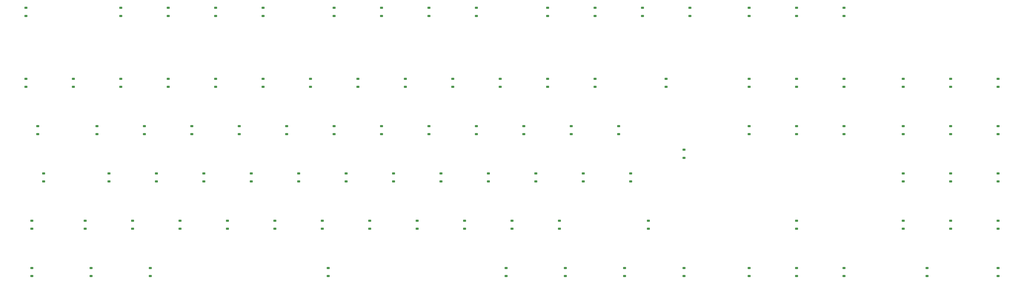
<source format=gbr>
%TF.GenerationSoftware,KiCad,Pcbnew,9.0.6*%
%TF.CreationDate,2026-01-11T11:58:47+00:00*%
%TF.ProjectId,keebv3,6b656562-7633-42e6-9b69-6361645f7063,rev?*%
%TF.SameCoordinates,Original*%
%TF.FileFunction,Paste,Bot*%
%TF.FilePolarity,Positive*%
%FSLAX46Y46*%
G04 Gerber Fmt 4.6, Leading zero omitted, Abs format (unit mm)*
G04 Created by KiCad (PCBNEW 9.0.6) date 2026-01-11 11:58:47*
%MOMM*%
%LPD*%
G01*
G04 APERTURE LIST*
G04 Aperture macros list*
%AMRoundRect*
0 Rectangle with rounded corners*
0 $1 Rounding radius*
0 $2 $3 $4 $5 $6 $7 $8 $9 X,Y pos of 4 corners*
0 Add a 4 corners polygon primitive as box body*
4,1,4,$2,$3,$4,$5,$6,$7,$8,$9,$2,$3,0*
0 Add four circle primitives for the rounded corners*
1,1,$1+$1,$2,$3*
1,1,$1+$1,$4,$5*
1,1,$1+$1,$6,$7*
1,1,$1+$1,$8,$9*
0 Add four rect primitives between the rounded corners*
20,1,$1+$1,$2,$3,$4,$5,0*
20,1,$1+$1,$4,$5,$6,$7,0*
20,1,$1+$1,$6,$7,$8,$9,0*
20,1,$1+$1,$8,$9,$2,$3,0*%
G04 Aperture macros list end*
%ADD10RoundRect,0.225000X0.375000X-0.225000X0.375000X0.225000X-0.375000X0.225000X-0.375000X-0.225000X0*%
G04 APERTURE END LIST*
D10*
%TO.C,D7*%
X186055000Y-42780000D03*
X186055000Y-39480000D03*
%TD*%
%TO.C,D29*%
X271780000Y-71355000D03*
X271780000Y-68055000D03*
%TD*%
%TO.C,D11*%
X271780000Y-42780000D03*
X271780000Y-39480000D03*
%TD*%
%TO.C,D81*%
X200342500Y-128505000D03*
X200342500Y-125205000D03*
%TD*%
%TO.C,D10*%
X252730000Y-42780000D03*
X252730000Y-39480000D03*
%TD*%
%TO.C,D5*%
X138430000Y-42780000D03*
X138430000Y-39480000D03*
%TD*%
%TO.C,D61*%
X133667500Y-109455000D03*
X133667500Y-106155000D03*
%TD*%
%TO.C,D44*%
X186055000Y-90405000D03*
X186055000Y-87105000D03*
%TD*%
%TO.C,D35*%
X414655000Y-71355000D03*
X414655000Y-68055000D03*
%TD*%
%TO.C,D31*%
X333692500Y-71355000D03*
X333692500Y-68055000D03*
%TD*%
%TO.C,D16*%
X371792500Y-42780000D03*
X371792500Y-39480000D03*
%TD*%
%TO.C,D23*%
X157480000Y-71355000D03*
X157480000Y-68055000D03*
%TD*%
%TO.C,D97*%
X307498750Y-147555000D03*
X307498750Y-144255000D03*
%TD*%
%TO.C,D6*%
X167005000Y-42780000D03*
X167005000Y-39480000D03*
%TD*%
%TO.C,D18*%
X62230000Y-71355000D03*
X62230000Y-68055000D03*
%TD*%
%TO.C,D21*%
X119380000Y-71355000D03*
X119380000Y-68055000D03*
%TD*%
%TO.C,D2*%
X81280000Y-42780000D03*
X81280000Y-39480000D03*
%TD*%
%TO.C,D82*%
X219392500Y-128505000D03*
X219392500Y-125205000D03*
%TD*%
%TO.C,D36*%
X433705000Y-71355000D03*
X433705000Y-68055000D03*
%TD*%
%TO.C,D64*%
X190817500Y-109455000D03*
X190817500Y-106155000D03*
%TD*%
%TO.C,D73*%
X45561250Y-128505000D03*
X45561250Y-125205000D03*
%TD*%
%TO.C,D43*%
X167005000Y-90405000D03*
X167005000Y-87105000D03*
%TD*%
%TO.C,D45*%
X205105000Y-90405000D03*
X205105000Y-87105000D03*
%TD*%
%TO.C,D76*%
X105092500Y-128505000D03*
X105092500Y-125205000D03*
%TD*%
%TO.C,D74*%
X66992500Y-128505000D03*
X66992500Y-125205000D03*
%TD*%
%TO.C,D26*%
X214630000Y-71355000D03*
X214630000Y-68055000D03*
%TD*%
%TO.C,D39*%
X90805000Y-90405000D03*
X90805000Y-87105000D03*
%TD*%
%TO.C,D4*%
X119380000Y-42780000D03*
X119380000Y-39480000D03*
%TD*%
%TO.C,D96*%
X283686250Y-147555000D03*
X283686250Y-144255000D03*
%TD*%
%TO.C,D70*%
X395605000Y-109455000D03*
X395605000Y-106155000D03*
%TD*%
%TO.C,D17*%
X43180000Y-71355000D03*
X43180000Y-68055000D03*
%TD*%
%TO.C,D88*%
X414655000Y-128505000D03*
X414655000Y-125205000D03*
%TD*%
%TO.C,D25*%
X195580000Y-71355000D03*
X195580000Y-68055000D03*
%TD*%
%TO.C,D62*%
X152717500Y-109455000D03*
X152717500Y-106155000D03*
%TD*%
%TO.C,D58*%
X76517500Y-109455000D03*
X76517500Y-106155000D03*
%TD*%
%TO.C,D46*%
X224155000Y-90405000D03*
X224155000Y-87105000D03*
%TD*%
%TO.C,D14*%
X333692500Y-42780000D03*
X333692500Y-39480000D03*
%TD*%
%TO.C,D63*%
X171767500Y-109455000D03*
X171767500Y-106155000D03*
%TD*%
%TO.C,D50*%
X307498750Y-99930000D03*
X307498750Y-96630000D03*
%TD*%
%TO.C,D93*%
X164623750Y-147555000D03*
X164623750Y-144255000D03*
%TD*%
%TO.C,D47*%
X243205000Y-90405000D03*
X243205000Y-87105000D03*
%TD*%
%TO.C,D55*%
X414655000Y-90405000D03*
X414655000Y-87105000D03*
%TD*%
%TO.C,D60*%
X114617500Y-109455000D03*
X114617500Y-106155000D03*
%TD*%
%TO.C,D65*%
X209867500Y-109455000D03*
X209867500Y-106155000D03*
%TD*%
%TO.C,D86*%
X352742500Y-128505000D03*
X352742500Y-125205000D03*
%TD*%
%TO.C,D56*%
X433705000Y-90405000D03*
X433705000Y-87105000D03*
%TD*%
%TO.C,D72*%
X433705000Y-109455000D03*
X433705000Y-106155000D03*
%TD*%
%TO.C,D78*%
X143192500Y-128505000D03*
X143192500Y-125205000D03*
%TD*%
%TO.C,D102*%
X433705000Y-147555000D03*
X433705000Y-144255000D03*
%TD*%
%TO.C,D1*%
X43180000Y-42780000D03*
X43180000Y-39480000D03*
%TD*%
%TO.C,D75*%
X86042500Y-128505000D03*
X86042500Y-125205000D03*
%TD*%
%TO.C,D83*%
X238442500Y-128505000D03*
X238442500Y-125205000D03*
%TD*%
%TO.C,D84*%
X257492500Y-128505000D03*
X257492500Y-125205000D03*
%TD*%
%TO.C,D101*%
X405130000Y-147555000D03*
X405130000Y-144255000D03*
%TD*%
%TO.C,D69*%
X286067500Y-109455000D03*
X286067500Y-106155000D03*
%TD*%
%TO.C,D89*%
X433705000Y-128505000D03*
X433705000Y-125205000D03*
%TD*%
%TO.C,D94*%
X236061250Y-147555000D03*
X236061250Y-144255000D03*
%TD*%
%TO.C,D79*%
X162242500Y-128505000D03*
X162242500Y-125205000D03*
%TD*%
%TO.C,D12*%
X290830000Y-42780000D03*
X290830000Y-39480000D03*
%TD*%
%TO.C,D53*%
X371792500Y-90405000D03*
X371792500Y-87105000D03*
%TD*%
%TO.C,D52*%
X352742500Y-90405000D03*
X352742500Y-87105000D03*
%TD*%
%TO.C,D32*%
X352742500Y-71355000D03*
X352742500Y-68055000D03*
%TD*%
%TO.C,D68*%
X267017500Y-109455000D03*
X267017500Y-106155000D03*
%TD*%
%TO.C,D48*%
X262255000Y-90405000D03*
X262255000Y-87105000D03*
%TD*%
%TO.C,D87*%
X395605000Y-128505000D03*
X395605000Y-125205000D03*
%TD*%
%TO.C,D41*%
X128905000Y-90405000D03*
X128905000Y-87105000D03*
%TD*%
%TO.C,D19*%
X81280000Y-71355000D03*
X81280000Y-68055000D03*
%TD*%
%TO.C,D100*%
X371792500Y-147555000D03*
X371792500Y-144255000D03*
%TD*%
%TO.C,D91*%
X69373750Y-147555000D03*
X69373750Y-144255000D03*
%TD*%
%TO.C,D98*%
X333692500Y-147555000D03*
X333692500Y-144255000D03*
%TD*%
%TO.C,D38*%
X71755000Y-90405000D03*
X71755000Y-87105000D03*
%TD*%
%TO.C,D80*%
X181292500Y-128505000D03*
X181292500Y-125205000D03*
%TD*%
%TO.C,D20*%
X100330000Y-71355000D03*
X100330000Y-68055000D03*
%TD*%
%TO.C,D66*%
X228917500Y-109455000D03*
X228917500Y-106155000D03*
%TD*%
%TO.C,D37*%
X47942500Y-90405000D03*
X47942500Y-87105000D03*
%TD*%
%TO.C,D28*%
X252730000Y-71355000D03*
X252730000Y-68055000D03*
%TD*%
%TO.C,D24*%
X176530000Y-71355000D03*
X176530000Y-68055000D03*
%TD*%
%TO.C,D27*%
X233680000Y-71355000D03*
X233680000Y-68055000D03*
%TD*%
%TO.C,D40*%
X109855000Y-90405000D03*
X109855000Y-87105000D03*
%TD*%
%TO.C,D57*%
X50323750Y-109455000D03*
X50323750Y-106155000D03*
%TD*%
%TO.C,D49*%
X281305000Y-90405000D03*
X281305000Y-87105000D03*
%TD*%
%TO.C,D22*%
X138430000Y-71355000D03*
X138430000Y-68055000D03*
%TD*%
%TO.C,D33*%
X371792500Y-71355000D03*
X371792500Y-68055000D03*
%TD*%
%TO.C,D59*%
X95567500Y-109455000D03*
X95567500Y-106155000D03*
%TD*%
%TO.C,D42*%
X147955000Y-90405000D03*
X147955000Y-87105000D03*
%TD*%
%TO.C,D34*%
X395605000Y-71355000D03*
X395605000Y-68055000D03*
%TD*%
%TO.C,D95*%
X259873750Y-147555000D03*
X259873750Y-144255000D03*
%TD*%
%TO.C,D77*%
X124142500Y-128505000D03*
X124142500Y-125205000D03*
%TD*%
%TO.C,D30*%
X300355000Y-71355000D03*
X300355000Y-68055000D03*
%TD*%
%TO.C,D54*%
X395605000Y-90405000D03*
X395605000Y-87105000D03*
%TD*%
%TO.C,D8*%
X205105000Y-42780000D03*
X205105000Y-39480000D03*
%TD*%
%TO.C,D71*%
X414655000Y-109455000D03*
X414655000Y-106155000D03*
%TD*%
%TO.C,D3*%
X100330000Y-42780000D03*
X100330000Y-39480000D03*
%TD*%
%TO.C,D15*%
X352742500Y-42780000D03*
X352742500Y-39480000D03*
%TD*%
%TO.C,D51*%
X333692500Y-90405000D03*
X333692500Y-87105000D03*
%TD*%
%TO.C,D13*%
X309880000Y-42780000D03*
X309880000Y-39480000D03*
%TD*%
%TO.C,D85*%
X293211250Y-128505000D03*
X293211250Y-125205000D03*
%TD*%
%TO.C,D99*%
X352742500Y-147555000D03*
X352742500Y-144255000D03*
%TD*%
%TO.C,D90*%
X45561250Y-147555000D03*
X45561250Y-144255000D03*
%TD*%
%TO.C,D92*%
X93186250Y-147555000D03*
X93186250Y-144255000D03*
%TD*%
%TO.C,D9*%
X224155000Y-42780000D03*
X224155000Y-39480000D03*
%TD*%
%TO.C,D67*%
X247967500Y-109455000D03*
X247967500Y-106155000D03*
%TD*%
M02*

</source>
